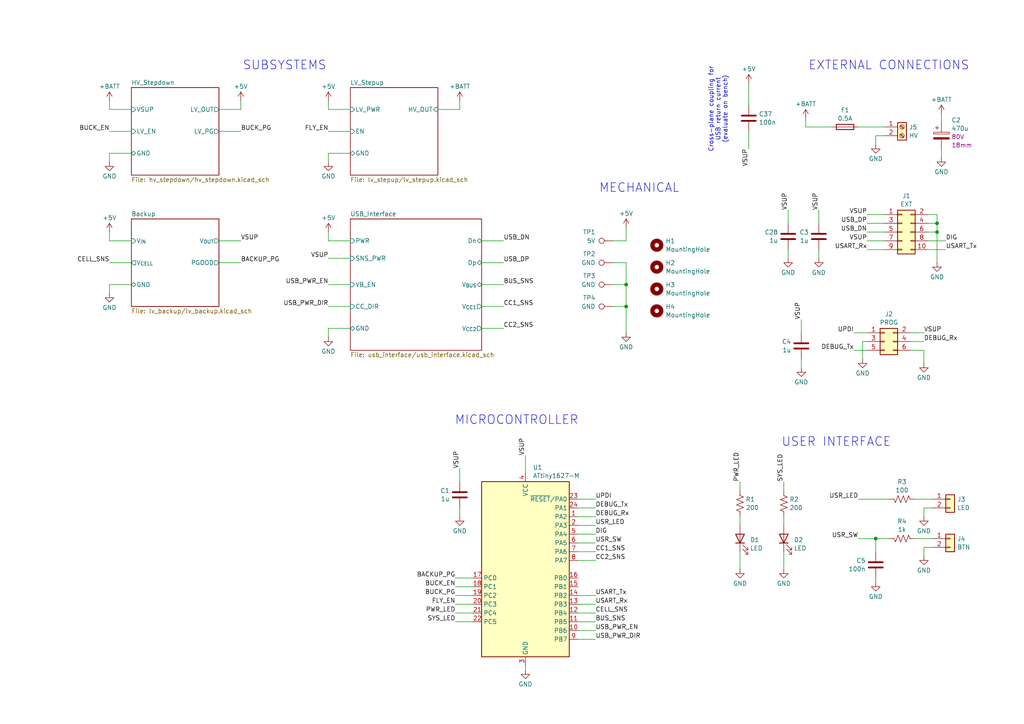
<source format=kicad_sch>
(kicad_sch (version 20250114) (generator "eeschema") (generator_version "9.0")
  (paper "A4")
  (title_block (title "Low Voltage Power System") (date "2025-07-16") (rev "0") (comment 1 "All resistors 0603 1% 0.1W unless noted") (comment 2 "All capacitors 0603 16V 10% X5R unless noted"))
  (lib_symbols
    (symbol "Connector:Screw_Terminal_01x02" (pin_names (offset 1.016) (hide yes))
      (property "Reference" "J" (at 0 2.54 0))
      (property "Value" "Screw_Terminal_01x02" (at 0 -5.08 0))
      (symbol "Screw_Terminal_01x02_1_1"
        (rectangle (start -1.27 1.27) (end 1.27 -3.81) (stroke (width 0.254)) (fill (type background)))
        (polyline (pts (xy -0.5334 0.3302) (xy 0.3302 -0.508)) (stroke (width 0.1524)))
        (polyline (pts (xy -0.5334 -2.2098) (xy 0.3302 -3.048)) (stroke (width 0.1524)))
        (polyline (pts (xy -0.3556 0.508) (xy 0.508 -0.3302)) (stroke (width 0.1524)))
        (polyline (pts (xy -0.3556 -2.032) (xy 0.508 -2.8702)) (stroke (width 0.1524)))
        (circle (center 0 0) (radius 0.635) (stroke (width 0.1524)))
        (circle (center 0 -2.54) (radius 0.635) (stroke (width 0.1524)))
        (pin passive line (at -5.08 0 0) (length 3.81) (name "Pin_1") (number "1"))
        (pin passive line (at -5.08 -2.54 0) (length 3.81) (name "Pin_2") (number "2"))
      )
    )
    (symbol "Connector:TestPoint" (pin_numbers (hide yes)) (pin_names (offset 0.762) (hide yes))
      (property "Reference" "TP" (at 0 6.858 0))
      (property "Value" "TestPoint" (at 0 5.08 0))
      (symbol "TestPoint_0_1"
        (circle (center 0 3.302) (radius 0.762))
      )
      (symbol "TestPoint_1_1"
        (pin passive line (at 0 0 90) (length 2.54) (name "1") (number "1"))
      )
    )
    (symbol "Connector_Generic:Conn_01x02" (pin_names (offset 1.016) (hide yes))
      (property "Reference" "J" (at 0 2.54 0))
      (property "Value" "Conn_01x02" (at 0 -5.08 0))
      (symbol "Conn_01x02_1_1"
        (rectangle (start -1.27 1.27) (end 1.27 -3.81) (stroke (width 0.254)) (fill (type background)))
        (rectangle (start -1.27 0.127) (end 0 -0.127) (stroke (width 0.1524)))
        (rectangle (start -1.27 -2.413) (end 0 -2.667) (stroke (width 0.1524)))
        (pin passive line (at -5.08 0 0) (length 3.81) (name "Pin_1") (number "1"))
        (pin passive line (at -5.08 -2.54 0) (length 3.81) (name "Pin_2") (number "2"))
      )
    )
    (symbol "Connector_Generic:Conn_02x03_Odd_Even" (pin_names (offset 1.016) (hide yes))
      (property "Reference" "J" (at 1.27 5.08 0))
      (property "Value" "Conn_02x03_Odd_Even" (at 1.27 -5.08 0))
      (symbol "Conn_02x03_Odd_Even_1_1"
        (rectangle (start -1.27 3.81) (end 3.81 -3.81) (stroke (width 0.254)) (fill (type background)))
        (rectangle (start -1.27 2.667) (end 0 2.413) (stroke (width 0.1524)))
        (rectangle (start -1.27 0.127) (end 0 -0.127) (stroke (width 0.1524)))
        (rectangle (start -1.27 -2.413) (end 0 -2.667) (stroke (width 0.1524)))
        (rectangle (start 3.81 2.667) (end 2.54 2.413) (stroke (width 0.1524)))
        (rectangle (start 3.81 0.127) (end 2.54 -0.127) (stroke (width 0.1524)))
        (rectangle (start 3.81 -2.413) (end 2.54 -2.667) (stroke (width 0.1524)))
        (pin passive line (at -5.08 2.54 0) (length 3.81) (name "Pin_1") (number "1"))
        (pin passive line (at -5.08 0 0) (length 3.81) (name "Pin_3") (number "3"))
        (pin passive line (at -5.08 -2.54 0) (length 3.81) (name "Pin_5") (number "5"))
        (pin passive line (at 7.62 2.54 180) (length 3.81) (name "Pin_2") (number "2"))
        (pin passive line (at 7.62 0 180) (length 3.81) (name "Pin_4") (number "4"))
        (pin passive line (at 7.62 -2.54 180) (length 3.81) (name "Pin_6") (number "6"))
      )
    )
    (symbol "Connector_Generic:Conn_02x05_Odd_Even" (pin_names (offset 1.016) (hide yes))
      (property "Reference" "J" (at 1.27 7.62 0))
      (property "Value" "Conn_02x05_Odd_Even" (at 1.27 -7.62 0))
      (symbol "Conn_02x05_Odd_Even_1_1"
        (rectangle (start -1.27 6.35) (end 3.81 -6.35) (stroke (width 0.254)) (fill (type background)))
        (rectangle (start -1.27 5.207) (end 0 4.953) (stroke (width 0.1524)))
        (rectangle (start -1.27 2.667) (end 0 2.413) (stroke (width 0.1524)))
        (rectangle (start -1.27 0.127) (end 0 -0.127) (stroke (width 0.1524)))
        (rectangle (start -1.27 -2.413) (end 0 -2.667) (stroke (width 0.1524)))
        (rectangle (start -1.27 -4.953) (end 0 -5.207) (stroke (width 0.1524)))
        (rectangle (start 3.81 5.207) (end 2.54 4.953) (stroke (width 0.1524)))
        (rectangle (start 3.81 2.667) (end 2.54 2.413) (stroke (width 0.1524)))
        (rectangle (start 3.81 0.127) (end 2.54 -0.127) (stroke (width 0.1524)))
        (rectangle (start 3.81 -2.413) (end 2.54 -2.667) (stroke (width 0.1524)))
        (rectangle (start 3.81 -4.953) (end 2.54 -5.207) (stroke (width 0.1524)))
        (pin passive line (at -5.08 5.08 0) (length 3.81) (name "Pin_1") (number "1"))
        (pin passive line (at -5.08 2.54 0) (length 3.81) (name "Pin_3") (number "3"))
        (pin passive line (at -5.08 0 0) (length 3.81) (name "Pin_5") (number "5"))
        (pin passive line (at -5.08 -2.54 0) (length 3.81) (name "Pin_7") (number "7"))
        (pin passive line (at -5.08 -5.08 0) (length 3.81) (name "Pin_9") (number "9"))
        (pin passive line (at 7.62 5.08 180) (length 3.81) (name "Pin_2") (number "2"))
        (pin passive line (at 7.62 2.54 180) (length 3.81) (name "Pin_4") (number "4"))
        (pin passive line (at 7.62 0 180) (length 3.81) (name "Pin_6") (number "6"))
        (pin passive line (at 7.62 -2.54 180) (length 3.81) (name "Pin_8") (number "8"))
        (pin passive line (at 7.62 -5.08 180) (length 3.81) (name "Pin_10") (number "10"))
      )
    )
    (symbol "Device:C" (pin_numbers (hide yes)) (pin_names (offset 0.254))
      (property "Reference" "C" (at 0.635 2.54 0))
      (property "Value" "C" (at 0.635 -2.54 0))
      (symbol "C_0_1"
        (polyline (pts (xy -2.032 0.762) (xy 2.032 0.762)) (stroke (width 0.508)))
        (polyline (pts (xy -2.032 -0.762) (xy 2.032 -0.762)) (stroke (width 0.508)))
      )
      (symbol "C_1_1"
        (pin passive line (at 0 3.81 270) (length 2.794) (name "~") (number "1"))
        (pin passive line (at 0 -3.81 90) (length 2.794) (name "~") (number "2"))
      )
    )
    (symbol "Device:C_Polarized" (pin_numbers (hide yes)) (pin_names (offset 0.254))
      (property "Reference" "C" (at 0.635 2.54 0))
      (property "Value" "C_Polarized" (at 0.635 -2.54 0))
      (symbol "C_Polarized_0_1"
        (rectangle (start -2.286 0.508) (end 2.286 1.016))
        (polyline (pts (xy -1.778 2.286) (xy -0.762 2.286)))
        (polyline (pts (xy -1.27 2.794) (xy -1.27 1.778)))
        (rectangle (start 2.286 -0.508) (end -2.286 -1.016) (fill (type outline)))
      )
      (symbol "C_Polarized_1_1"
        (pin passive line (at 0 3.81 270) (length 2.794) (name "~") (number "1"))
        (pin passive line (at 0 -3.81 90) (length 2.794) (name "~") (number "2"))
      )
    )
    (symbol "Device:Fuse" (pin_numbers (hide yes)) (pin_names (offset 0))
      (property "Reference" "F" (at 2.032 0 90))
      (property "Value" "Fuse" (at -1.905 0 90))
      (symbol "Fuse_0_1"
        (rectangle (start -0.762 -2.54) (end 0.762 2.54) (stroke (width 0.254)))
        (polyline (pts (xy 0 2.54) (xy 0 -2.54)))
      )
      (symbol "Fuse_1_1"
        (pin passive line (at 0 3.81 270) (length 1.27) (name "~") (number "1"))
        (pin passive line (at 0 -3.81 90) (length 1.27) (name "~") (number "2"))
      )
    )
    (symbol "Device:LED" (pin_numbers (hide yes)) (pin_names (offset 1.016) (hide yes))
      (property "Reference" "D" (at 0 2.54 0))
      (property "Value" "LED" (at 0 -2.54 0))
      (symbol "LED_0_1"
        (polyline (pts (xy -3.048 -0.762) (xy -4.572 -2.286) (xy -3.81 -2.286) (xy -4.572 -2.286) (xy -4.572 -1.524)))
        (polyline (pts (xy -1.778 -0.762) (xy -3.302 -2.286) (xy -2.54 -2.286) (xy -3.302 -2.286) (xy -3.302 -1.524)))
        (polyline (pts (xy -1.27 0) (xy 1.27 0)))
        (polyline (pts (xy -1.27 -1.27) (xy -1.27 1.27)) (stroke (width 0.254)))
        (polyline (pts (xy 1.27 -1.27) (xy 1.27 1.27) (xy -1.27 0) (xy 1.27 -1.27)) (stroke (width 0.254)))
      )
      (symbol "LED_1_1"
        (pin passive line (at -3.81 0 0) (length 2.54) (name "K") (number "1"))
        (pin passive line (at 3.81 0 180) (length 2.54) (name "A") (number "2"))
      )
    )
    (symbol "Device:R_US" (pin_numbers (hide yes)) (pin_names (offset 0))
      (property "Reference" "R" (at 2.54 0 90))
      (property "Value" "R_US" (at -2.54 0 90))
      (symbol "R_US_0_1"
        (polyline (pts (xy 0 2.286) (xy 0 2.54)))
        (polyline (pts (xy 0 2.286) (xy 1.016 1.905) (xy 0 1.524) (xy -1.016 1.143) (xy 0 0.762)))
        (polyline (pts (xy 0 0.762) (xy 1.016 0.381) (xy 0 0) (xy -1.016 -0.381) (xy 0 -0.762)))
        (polyline (pts (xy 0 -0.762) (xy 1.016 -1.143) (xy 0 -1.524) (xy -1.016 -1.905) (xy 0 -2.286)))
        (polyline (pts (xy 0 -2.286) (xy 0 -2.54)))
      )
      (symbol "R_US_1_1"
        (pin passive line (at 0 3.81 270) (length 1.27) (name "~") (number "1"))
        (pin passive line (at 0 -3.81 90) (length 1.27) (name "~") (number "2"))
      )
    )
    (symbol "MCU_Microchip_ATtiny:ATtiny1627-M"
      (property "Reference" "U" (at -12.7 26.67 0))
      (property "Value" "ATtiny1627-M" (at 2.54 -26.67 0))
      (symbol "ATtiny1627-M_0_1"
        (rectangle (start -12.7 -25.4) (end 12.7 25.4) (stroke (width 0.254)) (fill (type background)))
      )
      (symbol "ATtiny1627-M_1_1"
        (pin bidirectional line (at -15.24 -2.54 0) (length 2.54) (name "PC0") (number "17"))
        (pin bidirectional line (at -15.24 -5.08 0) (length 2.54) (name "PC1") (number "18"))
        (pin bidirectional line (at -15.24 -7.62 0) (length 2.54) (name "PC2") (number "19"))
        (pin bidirectional line (at -15.24 -10.16 0) (length 2.54) (name "PC3") (number "20"))
        (pin bidirectional line (at -15.24 -12.7 0) (length 2.54) (name "PC4") (number "21"))
        (pin bidirectional line (at -15.24 -15.24 0) (length 2.54) (name "PC5") (number "22"))
        (pin power_in line (at 0 27.94 270) (length 2.54) (name "VCC") (number "4"))
        (pin passive line (at 0 -27.94 90) (length 2.54) (hide yes) (name "GND") (number "25"))
        (pin power_in line (at 0 -27.94 90) (length 2.54) (name "GND") (number "3"))
        (pin bidirectional line (at 15.24 20.32 180) (length 2.54) (name "~{RESET}/PA0") (number "23"))
        (pin bidirectional line (at 15.24 17.78 180) (length 2.54) (name "PA1") (number "24"))
        (pin bidirectional line (at 15.24 15.24 180) (length 2.54) (name "PA2") (number "1"))
        (pin bidirectional line (at 15.24 12.7 180) (length 2.54) (name "PA3") (number "2"))
        (pin bidirectional line (at 15.24 10.16 180) (length 2.54) (name "PA4") (number "5"))
        (pin bidirectional line (at 15.24 7.62 180) (length 2.54) (name "PA5") (number "6"))
        (pin bidirectional line (at 15.24 5.08 180) (length 2.54) (name "PA6") (number "7"))
        (pin bidirectional line (at 15.24 2.54 180) (length 2.54) (name "PA7") (number "8"))
        (pin bidirectional line (at 15.24 -2.54 180) (length 2.54) (name "PB0") (number "16"))
        (pin bidirectional line (at 15.24 -5.08 180) (length 2.54) (name "PB1") (number "15"))
        (pin bidirectional line (at 15.24 -7.62 180) (length 2.54) (name "PB2") (number "14"))
        (pin bidirectional line (at 15.24 -10.16 180) (length 2.54) (name "PB3") (number "13"))
        (pin bidirectional line (at 15.24 -12.7 180) (length 2.54) (name "PB4") (number "12"))
        (pin bidirectional line (at 15.24 -15.24 180) (length 2.54) (name "PB5") (number "11"))
        (pin bidirectional line (at 15.24 -17.78 180) (length 2.54) (name "PB6") (number "10"))
        (pin bidirectional line (at 15.24 -20.32 180) (length 2.54) (name "PB7") (number "9"))
      )
    )
    (symbol "Mechanical:MountingHole" (pin_names (offset 1.016)) (in_bom no)
      (property "Reference" "H" (at 0 5.08 0))
      (property "Value" "MountingHole" (at 0 3.175 0))
      (symbol "MountingHole_0_1"
        (circle (center 0 0) (radius 1.27) (stroke (width 1.27)))
      )
    )
    (symbol "power:+5V" (power) (pin_numbers (hide yes)) (pin_names (offset 0) (hide yes))
      (property "Value" "+5V" (at 0 3.556 0))
      (symbol "+5V_0_1"
        (polyline (pts (xy -0.762 1.27) (xy 0 2.54)))
        (polyline (pts (xy 0 2.54) (xy 0.762 1.27)))
        (polyline (pts (xy 0 0) (xy 0 2.54)))
      )
      (symbol "+5V_1_1"
        (pin power_in line (at 0 0 90) (length 0) (name "~") (number "1"))
      )
    )
    (symbol "power:+BATT" (power) (pin_numbers (hide yes)) (pin_names (offset 0) (hide yes))
      (property "Value" "+BATT" (at 0 3.556 0))
      (symbol "+BATT_0_1"
        (polyline (pts (xy -0.762 1.27) (xy 0 2.54)))
        (polyline (pts (xy 0 2.54) (xy 0.762 1.27)))
        (polyline (pts (xy 0 0) (xy 0 2.54)))
      )
      (symbol "+BATT_1_1"
        (pin power_in line (at 0 0 90) (length 0) (name "~") (number "1"))
      )
    )
    (symbol "power:GND" (power) (pin_numbers (hide yes)) (pin_names (offset 0) (hide yes))
      (property "Value" "GND" (at 0 -3.81 0))
      (symbol "GND_0_1"
        (polyline (pts (xy 0 0) (xy 0 -1.27) (xy 1.27 -1.27) (xy 0 -2.54) (xy -1.27 -1.27) (xy 0 -1.27)))
      )
      (symbol "GND_1_1"
        (pin power_in line (at 0 0 270) (length 0) (name "~") (number "1"))
      )
    )
  )
  (text "USER INTERFACE" (at 242.57 128.27 0) (effects (font (size 2.54 2.54))))
  (text "SUBSYSTEMS" (at 82.55 19.05 0) (effects (font (size 2.54 2.54))))
  (text "EXTERNAL CONNECTIONS" (at 257.81 19.05 0) (effects (font (size 2.54 2.54))))
  (text "Cross-plane coupling for\nUSB return current\n(evaluate on bench)" (at 208.28 31.75 90) (effects (font (size 1.27 1.27))))
  (text "MECHANICAL" (at 185.42 54.61 0) (effects (font (size 2.54 2.54))))
  (text "MICROCONTROLLER" (at 149.86 121.92 0) (effects (font (size 2.54 2.54))))
  (junction (at 271.78 64.77))
  (junction (at 271.78 67.31))
  (junction (at 181.61 88.9))
  (junction (at 181.61 82.55))
  (junction (at 254 156.21))
  (wire (pts (xy 31.75 29.21) (xy 31.75 31.75)))
  (wire (pts (xy 95.25 44.45) (xy 101.6 44.45)))
  (wire (pts (xy 132.08 172.72) (xy 137.16 172.72)))
  (wire (pts (xy 132.08 180.34) (xy 137.16 180.34)))
  (wire (pts (xy 264.16 99.06) (xy 267.97 99.06)))
  (wire (pts (xy 227.33 149.86) (xy 227.33 152.4)))
  (wire (pts (xy 267.97 147.32) (xy 267.97 149.86)))
  (wire (pts (xy 69.85 29.21) (xy 69.85 31.75)))
  (wire (pts (xy 95.25 29.21) (xy 95.25 31.75)))
  (wire (pts (xy 167.64 154.94) (xy 172.72 154.94)))
  (wire (pts (xy 132.08 167.64) (xy 137.16 167.64)))
  (wire (pts (xy 167.64 172.72) (xy 172.72 172.72)))
  (wire (pts (xy 232.41 92.71) (xy 232.41 96.52)))
  (wire (pts (xy 233.68 34.29) (xy 233.68 36.83)))
  (wire (pts (xy 167.64 147.32) (xy 172.72 147.32)))
  (wire (pts (xy 31.75 82.55) (xy 31.75 85.09)))
  (wire (pts (xy 273.05 33.02) (xy 273.05 35.56)))
  (wire (pts (xy 177.8 76.2) (xy 181.61 76.2)))
  (wire (pts (xy 31.75 76.2) (xy 38.1 76.2)))
  (wire (pts (xy 254 39.37) (xy 254 41.91)))
  (wire (pts (xy 167.64 180.34) (xy 172.72 180.34)))
  (wire (pts (xy 181.61 66.04) (xy 181.61 69.85)))
  (wire (pts (xy 167.64 144.78) (xy 172.72 144.78)))
  (wire (pts (xy 152.4 193.04) (xy 152.4 194.31)))
  (wire (pts (xy 167.64 185.42) (xy 172.72 185.42)))
  (wire (pts (xy 214.63 139.7) (xy 214.63 142.24)))
  (wire (pts (xy 254 156.21) (xy 257.81 156.21)))
  (wire (pts (xy 251.46 67.31) (xy 256.54 67.31)))
  (wire (pts (xy 63.5 31.75) (xy 69.85 31.75)))
  (wire (pts (xy 31.75 44.45) (xy 38.1 44.45)))
  (wire (pts (xy 269.24 62.23) (xy 271.78 62.23)))
  (wire (pts (xy 63.5 69.85) (xy 69.85 69.85)))
  (wire (pts (xy 167.64 157.48) (xy 172.72 157.48)))
  (wire (pts (xy 248.92 156.21) (xy 254 156.21)))
  (wire (pts (xy 247.65 101.6) (xy 251.46 101.6)))
  (wire (pts (xy 95.25 67.31) (xy 95.25 69.85)))
  (wire (pts (xy 267.97 147.32) (xy 270.51 147.32)))
  (wire (pts (xy 95.25 44.45) (xy 95.25 46.99)))
  (wire (pts (xy 139.7 69.85) (xy 146.05 69.85)))
  (wire (pts (xy 217.17 24.13) (xy 217.17 30.48)))
  (wire (pts (xy 269.24 64.77) (xy 271.78 64.77)))
  (wire (pts (xy 95.25 74.93) (xy 101.6 74.93)))
  (wire (pts (xy 217.17 38.1) (xy 217.17 43.18)))
  (wire (pts (xy 132.08 177.8) (xy 137.16 177.8)))
  (wire (pts (xy 248.92 144.78) (xy 257.81 144.78)))
  (wire (pts (xy 264.16 101.6) (xy 267.97 101.6)))
  (wire (pts (xy 127 31.75) (xy 133.35 31.75)))
  (wire (pts (xy 267.97 101.6) (xy 267.97 105.41)))
  (wire (pts (xy 177.8 82.55) (xy 181.61 82.55)))
  (wire (pts (xy 95.25 88.9) (xy 101.6 88.9)))
  (wire (pts (xy 95.25 95.25) (xy 95.25 97.79)))
  (wire (pts (xy 167.64 152.4) (xy 172.72 152.4)))
  (wire (pts (xy 133.35 147.32) (xy 133.35 149.86)))
  (wire (pts (xy 31.75 38.1) (xy 38.1 38.1)))
  (wire (pts (xy 254 39.37) (xy 256.54 39.37)))
  (wire (pts (xy 271.78 64.77) (xy 271.78 67.31)))
  (wire (pts (xy 251.46 72.39) (xy 256.54 72.39)))
  (wire (pts (xy 31.75 31.75) (xy 38.1 31.75)))
  (wire (pts (xy 132.08 170.18) (xy 137.16 170.18)))
  (wire (pts (xy 63.5 38.1) (xy 69.85 38.1)))
  (wire (pts (xy 167.64 175.26) (xy 172.72 175.26)))
  (wire (pts (xy 133.35 135.89) (xy 133.35 139.7)))
  (wire (pts (xy 167.64 149.86) (xy 172.72 149.86)))
  (wire (pts (xy 254 156.21) (xy 254 160.02)))
  (wire (pts (xy 95.25 38.1) (xy 101.6 38.1)))
  (wire (pts (xy 247.65 96.52) (xy 251.46 96.52)))
  (wire (pts (xy 177.8 88.9) (xy 181.61 88.9)))
  (wire (pts (xy 237.49 60.96) (xy 237.49 64.77)))
  (wire (pts (xy 273.05 43.18) (xy 273.05 45.72)))
  (wire (pts (xy 228.6 60.96) (xy 228.6 64.77)))
  (wire (pts (xy 95.25 95.25) (xy 101.6 95.25)))
  (wire (pts (xy 95.25 69.85) (xy 101.6 69.85)))
  (wire (pts (xy 139.7 82.55) (xy 146.05 82.55)))
  (wire (pts (xy 237.49 72.39) (xy 237.49 74.93)))
  (wire (pts (xy 248.92 36.83) (xy 256.54 36.83)))
  (wire (pts (xy 167.64 177.8) (xy 172.72 177.8)))
  (wire (pts (xy 269.24 67.31) (xy 271.78 67.31)))
  (wire (pts (xy 31.75 69.85) (xy 38.1 69.85)))
  (wire (pts (xy 271.78 62.23) (xy 271.78 64.77)))
  (wire (pts (xy 95.25 31.75) (xy 101.6 31.75)))
  (wire (pts (xy 31.75 82.55) (xy 38.1 82.55)))
  (wire (pts (xy 228.6 72.39) (xy 228.6 74.93)))
  (wire (pts (xy 181.61 82.55) (xy 181.61 88.9)))
  (wire (pts (xy 139.7 95.25) (xy 146.05 95.25)))
  (wire (pts (xy 177.8 69.85) (xy 181.61 69.85)))
  (wire (pts (xy 132.08 175.26) (xy 137.16 175.26)))
  (wire (pts (xy 95.25 82.55) (xy 101.6 82.55)))
  (wire (pts (xy 271.78 67.31) (xy 271.78 76.2)))
  (wire (pts (xy 250.19 99.06) (xy 251.46 99.06)))
  (wire (pts (xy 265.43 156.21) (xy 270.51 156.21)))
  (wire (pts (xy 152.4 132.08) (xy 152.4 137.16)))
  (wire (pts (xy 250.19 99.06) (xy 250.19 104.14)))
  (wire (pts (xy 269.24 72.39) (xy 274.32 72.39)))
  (wire (pts (xy 167.64 182.88) (xy 172.72 182.88)))
  (wire (pts (xy 251.46 69.85) (xy 256.54 69.85)))
  (wire (pts (xy 167.64 162.56) (xy 172.72 162.56)))
  (wire (pts (xy 251.46 64.77) (xy 256.54 64.77)))
  (wire (pts (xy 214.63 149.86) (xy 214.63 152.4)))
  (wire (pts (xy 63.5 76.2) (xy 69.85 76.2)))
  (wire (pts (xy 214.63 160.02) (xy 214.63 165.1)))
  (wire (pts (xy 264.16 96.52) (xy 267.97 96.52)))
  (wire (pts (xy 267.97 158.75) (xy 267.97 161.29)))
  (wire (pts (xy 232.41 104.14) (xy 232.41 106.68)))
  (wire (pts (xy 254 167.64) (xy 254 168.91)))
  (wire (pts (xy 181.61 76.2) (xy 181.61 82.55)))
  (wire (pts (xy 31.75 44.45) (xy 31.75 46.99)))
  (wire (pts (xy 251.46 62.23) (xy 256.54 62.23)))
  (wire (pts (xy 139.7 88.9) (xy 146.05 88.9)))
  (wire (pts (xy 233.68 36.83) (xy 241.3 36.83)))
  (wire (pts (xy 139.7 76.2) (xy 146.05 76.2)))
  (wire (pts (xy 31.75 67.31) (xy 31.75 69.85)))
  (wire (pts (xy 181.61 88.9) (xy 181.61 96.52)))
  (wire (pts (xy 265.43 144.78) (xy 270.51 144.78)))
  (wire (pts (xy 133.35 29.21) (xy 133.35 31.75)))
  (wire (pts (xy 269.24 69.85) (xy 274.32 69.85)))
  (wire (pts (xy 267.97 158.75) (xy 270.51 158.75)))
  (wire (pts (xy 227.33 160.02) (xy 227.33 165.1)))
  (wire (pts (xy 227.33 139.7) (xy 227.33 142.24)))
  (wire (pts (xy 167.64 160.02) (xy 172.72 160.02)))
  (label "DEBUG_Tx" (at 172.72 147.32 0))
  (label "SYS_LED" (at 227.33 139.7 90))
  (label "VSUP" (at 95.25 74.93 180))
  (label "BUS_SNS" (at 146.05 82.55 0))
  (label "PWR_LED" (at 132.08 177.8 180))
  (label "USART_Tx" (at 274.32 72.39 0))
  (label "VSUP" (at 251.46 69.85 180))
  (label "PWR_LED" (at 214.63 139.7 90))
  (label "DIG" (at 172.72 154.94 0))
  (label "BACKUP_PG" (at 132.08 167.64 180))
  (label "BUCK_EN" (at 132.08 170.18 180))
  (label "USART_Rx" (at 172.72 175.26 0))
  (label "FLY_EN" (at 132.08 175.26 180))
  (label "CELL_SNS" (at 31.75 76.2 180))
  (label "CC1_SNS" (at 146.05 88.9 0))
  (label "VSUP" (at 251.46 62.23 180))
  (label "UPDI" (at 172.72 144.78 0))
  (label "DEBUG_Rx" (at 172.72 149.86 0))
  (label "BUCK_EN" (at 31.75 38.1 180))
  (label "VSUP" (at 228.6 60.96 90))
  (label "BUCK_PG" (at 132.08 172.72 180))
  (label "VSUP" (at 152.4 132.08 90))
  (label "CC2_SNS" (at 146.05 95.25 0))
  (label "USB_DN" (at 146.05 69.85 0))
  (label "BUS_SNS" (at 172.72 180.34 0))
  (label "VSUP" (at 69.85 69.85 0))
  (label "FLY_EN" (at 95.25 38.1 180))
  (label "USR_SW" (at 172.72 157.48 0))
  (label "USB_DP" (at 251.46 64.77 180))
  (label "USB_PWR_EN" (at 95.25 82.55 180))
  (label "USR_SW" (at 248.92 156.21 180))
  (label "USB_PWR_DIR" (at 172.72 185.42 0))
  (label "DEBUG_Tx" (at 247.65 101.6 180))
  (label "VSUP" (at 267.97 96.52 0))
  (label "UPDI" (at 247.65 96.52 180))
  (label "VSUP" (at 237.49 60.96 90))
  (label "VSUP" (at 232.41 92.71 90))
  (label "CELL_SNS" (at 172.72 177.8 0))
  (label "USART_Tx" (at 172.72 172.72 0))
  (label "BACKUP_PG" (at 69.85 76.2 0))
  (label "SYS_LED" (at 132.08 180.34 180))
  (label "USB_DP" (at 146.05 76.2 0))
  (label "USB_DN" (at 251.46 67.31 180))
  (label "BUCK_PG" (at 69.85 38.1 0))
  (label "USR_LED" (at 248.92 144.78 180))
  (label "CC2_SNS" (at 172.72 162.56 0))
  (label "USART_Rx" (at 251.46 72.39 180))
  (label "DIG" (at 274.32 69.85 0))
  (label "USR_LED" (at 172.72 152.4 0))
  (label "CC1_SNS" (at 172.72 160.02 0))
  (label "USB_PWR_DIR" (at 95.25 88.9 180))
  (label "VSUP" (at 217.17 43.18 270))
  (label "VSUP" (at 133.35 135.89 90))
  (label "DEBUG_Rx" (at 267.97 99.06 0))
  (label "USB_PWR_EN" (at 172.72 182.88 0))
  (symbol (lib_id "power:GND") (at 250.19 104.14 0) (unit 1)
    (property "Reference" "#PWR021" (effects (hide yes)))
    (property "Value" "GND" (at 250.19 108.2731 0))
    (property "Description" "Power symbol creates a global label with name \"GND\" , ground" (effects (hide yes)))
  )
  (symbol (lib_id "power:GND") (at 232.41 106.68 0) (unit 1)
    (property "Reference" "#PWR018" (effects (hide yes)))
    (property "Value" "GND" (at 232.41 110.8131 0))
    (property "Description" "Power symbol creates a global label with name \"GND\" , ground" (effects (hide yes)))
  )
  (symbol (lib_id "Device:C") (at 133.35 143.51 0) (mirror y) (unit 1)
    (property "Reference" "C1" (at 130.429 142.2978 0) (effects (justify left)))
    (property "Value" "1u" (at 130.429 144.7221 0) (effects (justify left)))
    (property "Footprint" "Capacitor_SMD:C_0603_1608Metric" (effects (hide yes)))
    (property "Description" "Unpolarized capacitor" (effects (hide yes)))
    (property "MfrNum" "generic" (effects (hide yes)))
    (property "VRating" "16V" (effects (hide yes)))
    (property "Size" "0603" (effects (hide yes)))
  )
  (symbol (lib_id "Device:C") (at 232.41 100.33 0) (mirror y) (unit 1)
    (property "Reference" "C4" (at 229.489 99.1178 0) (effects (justify left)))
    (property "Value" "1u" (at 229.489 101.5421 0) (effects (justify left)))
    (property "Footprint" "Capacitor_SMD:C_0603_1608Metric" (effects (hide yes)))
    (property "Description" "Unpolarized capacitor" (effects (hide yes)))
    (property "MfrNum" "generic" (effects (hide yes)))
    (property "VRating" "16V" (effects (hide yes)))
    (property "Size" "0603" (effects (hide yes)))
  )
  (symbol (lib_id "Connector:TestPoint") (at 177.8 88.9 90) (unit 1)
    (property "Reference" "TP4" (at 172.72 86.36 90) (effects (justify left)))
    (property "Value" "GND" (at 172.72 88.9 90) (effects (justify left)))
    (property "Footprint" "TestPoint:TestPoint_Pad_D1.5mm" (effects (hide yes)))
    (property "Description" "test point" (effects (hide yes)))
  )
  (symbol (lib_id "Device:R_US") (at 214.63 146.05 180) (unit 1)
    (property "Reference" "R1" (at 216.281 144.8378 0) (effects (justify right)))
    (property "Value" "200" (at 216.281 147.2621 0) (effects (justify right)))
    (property "Footprint" "Resistor_SMD:R_0603_1608Metric" (effects (hide yes)))
    (property "Description" "Resistor, US symbol" (effects (hide yes)))
    (property "MfrNum" "generic" (effects (hide yes)))
    (property "PRating" "0.1W" (effects (hide yes)))
    (property "Size" "0603" (effects (hide yes)))
  )
  (symbol (lib_id "Device:C_Polarized") (at 273.05 39.37 0) (unit 1)
    (property "Reference" "C2" (at 275.971 34.8445 0) (effects (justify left)))
    (property "Value" "470u" (at 275.971 37.2688 0) (effects (justify left)))
    (property "Footprint" "Capacitor_SMD:CP_Elec_18x17.5" (effects (hide yes)))
    (property "Datasheet" "https://industrial.panasonic.com/cdbs/www-data/pdf/RDE0000/ABA0000C1181.pdf" (effects (hide yes)))
    (property "Description" "Polarized capacitor" (effects (hide yes)))
    (property "MfrNum" "Panasonic_EEV-FK1K471M" (effects (hide yes)))
    (property "VRating" "80V" (at 275.971 39.6931 0) (effects (justify left)))
    (property "Size" "18mm" (at 275.971 42.1174 0) (effects (justify left)))
  )
  (symbol (lib_id "power:GND") (at 133.35 149.86 0) (unit 1)
    (property "Reference" "#PWR05" (effects (hide yes)))
    (property "Value" "GND" (at 133.35 153.9931 0))
    (property "Description" "Power symbol creates a global label with name \"GND\" , ground" (effects (hide yes)))
  )
  (symbol (lib_id "power:GND") (at 267.97 105.41 0) (unit 1)
    (property "Reference" "#PWR026" (effects (hide yes)))
    (property "Value" "GND" (at 267.97 109.5431 0))
    (property "Description" "Power symbol creates a global label with name \"GND\" , ground" (effects (hide yes)))
  )
  (symbol (lib_id "Connector_Generic:Conn_01x02") (at 275.59 144.78 0) (unit 1)
    (property "Reference" "J3" (at 277.622 144.8378 0) (effects (justify left)))
    (property "Value" "LED" (at 277.622 147.2621 0) (effects (justify left)))
    (property "Footprint" "Connector_PinHeader_2.54mm:PinHeader_1x02_P2.54mm_Vertical" (effects (hide yes)))
    (property "Description" "Generic connector, single row, 01x02, script generated (kicad-library-utils/schlib/autogen/connector/)" (effects (hide yes)))
  )
  (symbol (lib_id "power:+5V") (at 95.25 29.21 0) (unit 1)
    (property "Reference" "#PWR08" (effects (hide yes)))
    (property "Value" "+5V" (at 95.25 25.0769 0))
    (property "Description" "Power symbol creates a global label with name \"+5V\"" (effects (hide yes)))
  )
  (symbol (lib_id "Device:R_US") (at 261.62 144.78 90) (mirror x) (unit 1)
    (property "Reference" "R3" (at 261.62 139.7465 90))
    (property "Value" "100" (at 261.62 142.1708 90))
    (property "Footprint" "Resistor_SMD:R_0603_1608Metric" (effects (hide yes)))
    (property "Description" "Resistor, US symbol" (effects (hide yes)))
    (property "MfrNum" "generic" (effects (hide yes)))
    (property "PRating" "0.1W" (effects (hide yes)))
    (property "Size" "0603" (effects (hide yes)))
  )
  (symbol (lib_id "Connector:TestPoint") (at 177.8 76.2 90) (unit 1)
    (property "Reference" "TP2" (at 172.72 73.66 90) (effects (justify left)))
    (property "Value" "GND" (at 172.72 76.2 90) (effects (justify left)))
    (property "Footprint" "TestPoint:TestPoint_Pad_D1.5mm" (effects (hide yes)))
    (property "Description" "test point" (effects (hide yes)))
  )
  (symbol (lib_id "Device:C") (at 217.17 34.29 0) (mirror y) (unit 1)
    (property "Reference" "C37" (at 220.091 33.0778 0) (effects (justify right)))
    (property "Value" "100n" (at 220.091 35.5021 0) (effects (justify right)))
    (property "Footprint" "Capacitor_SMD:C_0603_1608Metric" (effects (hide yes)))
    (property "Description" "Unpolarized capacitor" (effects (hide yes)))
    (property "MfrNum" "generic" (effects (hide yes)))
    (property "VRating" "16V" (effects (hide yes)))
    (property "Size" "0603" (effects (hide yes)))
  )
  (symbol (lib_id "MCU_Microchip_ATtiny:ATtiny1627-M") (at 152.4 165.1 0) (unit 1)
    (property "Reference" "U1" (at 154.5433 135.5555 0) (effects (justify left)))
    (property "Value" "ATtiny1627-M" (at 154.5433 137.9798 0) (effects (justify left)))
    (property "Footprint" "Package_DFN_QFN:QFN-24-1EP_4x4mm_P0.5mm_EP2.6x2.6mm" (effects (hide yes)))
    (property "Datasheet" "https://ww1.microchip.com/downloads/en/DeviceDoc/ATtiny1624-26-27-DataSheet-DS40002234A.pdf" (effects (hide yes)))
    (property "Description" "20MHz, 16kB Flash, 2kB SRAM, 256B EEPROM, VQFN-24" (effects (hide yes)))
  )
  (symbol (lib_id "power:+BATT") (at 31.75 29.21 0) (unit 1)
    (property "Reference" "#PWR01" (effects (hide yes)))
    (property "Value" "+BATT" (at 31.75 25.0769 0))
    (property "Description" "Power symbol creates a global label with name \"+BATT\"" (effects (hide yes)))
  )
  (symbol (lib_id "power:+BATT") (at 273.05 33.02 0) (unit 1)
    (property "Reference" "#PWR015" (effects (hide yes)))
    (property "Value" "+BATT" (at 273.05 28.8869 0))
    (property "Description" "Power symbol creates a global label with name \"+BATT\"" (effects (hide yes)))
  )
  (symbol (lib_id "power:+5V") (at 95.25 67.31 0) (unit 1)
    (property "Reference" "#PWR010" (effects (hide yes)))
    (property "Value" "+5V" (at 95.25 63.1769 0))
    (property "Description" "Power symbol creates a global label with name \"+5V\"" (effects (hide yes)))
  )
  (symbol (lib_id "Connector:TestPoint") (at 177.8 82.55 90) (unit 1)
    (property "Reference" "TP3" (at 172.72 80.01 90) (effects (justify left)))
    (property "Value" "GND" (at 172.72 82.55 90) (effects (justify left)))
    (property "Footprint" "TestPoint:TestPoint_Pad_D1.5mm" (effects (hide yes)))
    (property "Description" "test point" (effects (hide yes)))
  )
  (symbol (lib_id "Connector:TestPoint") (at 177.8 69.85 90) (unit 1)
    (property "Reference" "TP1" (at 172.72 67.31 90) (effects (justify left)))
    (property "Value" "5V" (at 172.72 69.85 90) (effects (justify left)))
    (property "Footprint" "TestPoint:TestPoint_Pad_D1.5mm" (effects (hide yes)))
    (property "Description" "test point" (effects (hide yes)))
  )
  (symbol (lib_id "power:GND") (at 31.75 85.09 0) (unit 1)
    (property "Reference" "#PWR04" (effects (hide yes)))
    (property "Value" "GND" (at 31.75 89.2231 0))
    (property "Description" "Power symbol creates a global label with name \"GND\" , ground" (effects (hide yes)))
  )
  (symbol (lib_id "power:GND") (at 271.78 76.2 0) (unit 1)
    (property "Reference" "#PWR025" (effects (hide yes)))
    (property "Value" "GND" (at 271.78 80.3331 0))
    (property "Description" "Power symbol creates a global label with name \"GND\" , ground" (effects (hide yes)))
  )
  (symbol (lib_id "Device:LED") (at 214.63 156.21 90) (unit 1)
    (property "Reference" "D1" (at 217.551 156.5853 90) (effects (justify right)))
    (property "Value" "LED" (at 217.551 159.0096 90) (effects (justify right)))
    (property "Footprint" "Diode_SMD:D_0603_1608Metric" (effects (hide yes)))
    (property "Description" "Light emitting diode" (effects (hide yes)))
    (property "Sim.Pins" "1=K 2=A" (effects (hide yes)))
  )
  (symbol (lib_id "Mechanical:MountingHole") (at 190.5 77.47 0) (unit 1) (in_bom no)
    (property "Reference" "H2" (at 193.04 76.2578 0) (effects (justify left)))
    (property "Value" "MountingHole" (at 193.04 78.6821 0) (effects (justify left)))
    (property "Footprint" "MountingHole:MountingHole_3.2mm_M3" (effects (hide yes)))
    (property "Description" "Mounting Hole without connection" (effects (hide yes)))
  )
  (symbol (lib_id "power:GND") (at 95.25 46.99 0) (unit 1)
    (property "Reference" "#PWR09" (effects (hide yes)))
    (property "Value" "GND" (at 95.25 51.1231 0))
    (property "Description" "Power symbol creates a global label with name \"GND\" , ground" (effects (hide yes)))
  )
  (symbol (lib_id "Connector_Generic:Conn_02x03_Odd_Even") (at 256.54 99.06 0) (unit 1)
    (property "Reference" "J2" (at 257.81 91.1055 0))
    (property "Value" "PROG" (at 257.81 93.5298 0))
    (property "Footprint" "Connector_PinHeader_2.54mm:PinHeader_2x03_P2.54mm_Vertical" (effects (hide yes)))
    (property "Description" "Generic connector, double row, 02x03, odd/even pin numbering scheme (row 1 odd numbers, row 2 even numbers), script generated (kicad-library-utils/schlib/autogen/connector/)" (effects (hide yes)))
  )
  (symbol (lib_id "Device:C") (at 254 163.83 0) (mirror y) (unit 1)
    (property "Reference" "C5" (at 251.079 162.6178 0) (effects (justify left)))
    (property "Value" "100n" (at 251.079 165.0421 0) (effects (justify left)))
    (property "Footprint" "Capacitor_SMD:C_0603_1608Metric" (effects (hide yes)))
    (property "Description" "Unpolarized capacitor" (effects (hide yes)))
    (property "MfrNum" "generic" (effects (hide yes)))
    (property "VRating" "16V" (effects (hide yes)))
    (property "Size" "0603" (effects (hide yes)))
  )
  (symbol (lib_id "Connector_Generic:Conn_02x05_Odd_Even") (at 261.62 67.31 0) (unit 1)
    (property "Reference" "J1" (at 262.89 56.8155 0))
    (property "Value" "EXT" (at 262.89 59.2398 0))
    (property "Footprint" "Connector_IDC:IDC-Header_2x05_P2.54mm_Vertical" (effects (hide yes)))
    (property "Description" "Generic connector, double row, 02x05, odd/even pin numbering scheme (row 1 odd numbers, row 2 even numbers), script generated (kicad-library-utils/schlib/autogen/connector/)" (effects (hide yes)))
  )
  (symbol (lib_id "power:+BATT") (at 133.35 29.21 0) (unit 1)
    (property "Reference" "#PWR012" (effects (hide yes)))
    (property "Value" "+BATT" (at 133.35 25.0769 0))
    (property "Description" "Power symbol creates a global label with name \"+BATT\"" (effects (hide yes)))
  )
  (symbol (lib_id "power:GND") (at 228.6 74.93 0) (unit 1)
    (property "Reference" "#PWR064" (effects (hide yes)))
    (property "Value" "GND" (at 228.6 79.0631 0))
    (property "Description" "Power symbol creates a global label with name \"GND\" , ground" (effects (hide yes)))
  )
  (symbol (lib_id "power:+5V") (at 181.61 66.04 0) (unit 1)
    (property "Reference" "#PWR093" (effects (hide yes)))
    (property "Value" "+5V" (at 181.61 61.9069 0))
    (property "Description" "Power symbol creates a global label with name \"+5V\"" (effects (hide yes)))
  )
  (symbol (lib_id "power:GND") (at 227.33 165.1 0) (unit 1)
    (property "Reference" "#PWR014" (effects (hide yes)))
    (property "Value" "GND" (at 227.33 169.2331 0))
    (property "Description" "Power symbol creates a global label with name \"GND\" , ground" (effects (hide yes)))
  )
  (symbol (lib_id "power:GND") (at 95.25 97.79 0) (unit 1)
    (property "Reference" "#PWR011" (effects (hide yes)))
    (property "Value" "GND" (at 95.25 101.9231 0))
    (property "Description" "Power symbol creates a global label with name \"GND\" , ground" (effects (hide yes)))
  )
  (symbol (lib_id "power:GND") (at 214.63 165.1 0) (unit 1)
    (property "Reference" "#PWR013" (effects (hide yes)))
    (property "Value" "GND" (at 214.63 169.2331 0))
    (property "Description" "Power symbol creates a global label with name \"GND\" , ground" (effects (hide yes)))
  )
  (symbol (lib_id "power:GND") (at 273.05 45.72 0) (unit 1)
    (property "Reference" "#PWR016" (effects (hide yes)))
    (property "Value" "GND" (at 273.05 49.8531 0))
    (property "Description" "Power symbol creates a global label with name \"GND\" , ground" (effects (hide yes)))
  )
  (symbol (lib_id "power:GND") (at 267.97 161.29 0) (unit 1)
    (property "Reference" "#PWR023" (effects (hide yes)))
    (property "Value" "GND" (at 267.97 165.4231 0))
    (property "Description" "Power symbol creates a global label with name \"GND\" , ground" (effects (hide yes)))
  )
  (symbol (lib_id "power:GND") (at 267.97 149.86 0) (unit 1)
    (property "Reference" "#PWR022" (effects (hide yes)))
    (property "Value" "GND" (at 267.97 153.9931 0))
    (property "Description" "Power symbol creates a global label with name \"GND\" , ground" (effects (hide yes)))
  )
  (symbol (lib_id "Connector_Generic:Conn_01x02") (at 275.59 156.21 0) (unit 1)
    (property "Reference" "J4" (at 277.622 156.2678 0) (effects (justify left)))
    (property "Value" "BTN" (at 277.622 158.6921 0) (effects (justify left)))
    (property "Footprint" "Connector_PinHeader_2.54mm:PinHeader_1x02_P2.54mm_Vertical" (effects (hide yes)))
    (property "Description" "Generic connector, single row, 01x02, script generated (kicad-library-utils/schlib/autogen/connector/)" (effects (hide yes)))
  )
  (symbol (lib_id "Device:C") (at 237.49 68.58 0) (mirror y) (unit 1)
    (property "Reference" "C3" (at 234.569 67.3678 0) (effects (justify left)))
    (property "Value" "1u" (at 234.569 69.7921 0) (effects (justify left)))
    (property "Footprint" "Capacitor_SMD:C_0603_1608Metric" (effects (hide yes)))
    (property "Description" "Unpolarized capacitor" (effects (hide yes)))
    (property "MfrNum" "generic" (effects (hide yes)))
    (property "VRating" "16V" (effects (hide yes)))
    (property "Size" "0603" (effects (hide yes)))
  )
  (symbol (lib_id "Device:C") (at 228.6 68.58 0) (mirror y) (unit 1)
    (property "Reference" "C28" (at 225.679 67.3678 0) (effects (justify left)))
    (property "Value" "1u" (at 225.679 69.7921 0) (effects (justify left)))
    (property "Footprint" "Capacitor_SMD:C_0603_1608Metric" (effects (hide yes)))
    (property "Description" "Unpolarized capacitor" (effects (hide yes)))
    (property "MfrNum" "generic" (effects (hide yes)))
    (property "VRating" "16V" (effects (hide yes)))
    (property "Size" "0603" (effects (hide yes)))
  )
  (symbol (lib_id "power:+5V") (at 217.17 24.13 0) (unit 1)
    (property "Reference" "#PWR092" (effects (hide yes)))
    (property "Value" "+5V" (at 217.17 19.9969 0))
    (property "Description" "Power symbol creates a global label with name \"+5V\"" (effects (hide yes)))
  )
  (symbol (lib_id "power:+5V") (at 69.85 29.21 0) (unit 1)
    (property "Reference" "#PWR07" (effects (hide yes)))
    (property "Value" "+5V" (at 69.85 25.0769 0))
    (property "Description" "Power symbol creates a global label with name \"+5V\"" (effects (hide yes)))
  )
  (symbol (lib_id "power:GND") (at 237.49 74.93 0) (unit 1)
    (property "Reference" "#PWR017" (effects (hide yes)))
    (property "Value" "GND" (at 237.49 79.0631 0))
    (property "Description" "Power symbol creates a global label with name \"GND\" , ground" (effects (hide yes)))
  )
  (symbol (lib_id "Mechanical:MountingHole") (at 190.5 71.12 0) (unit 1) (in_bom no)
    (property "Reference" "H1" (at 193.04 69.9078 0) (effects (justify left)))
    (property "Value" "MountingHole" (at 193.04 72.3321 0) (effects (justify left)))
    (property "Footprint" "MountingHole:MountingHole_3.2mm_M3" (effects (hide yes)))
    (property "Description" "Mounting Hole without connection" (effects (hide yes)))
  )
  (symbol (lib_id "Device:R_US") (at 261.62 156.21 90) (mirror x) (unit 1)
    (property "Reference" "R4" (at 261.62 151.1765 90))
    (property "Value" "1k" (at 261.62 153.6008 90))
    (property "Footprint" "Resistor_SMD:R_0603_1608Metric" (effects (hide yes)))
    (property "Description" "Resistor, US symbol" (effects (hide yes)))
    (property "MfrNum" "generic" (effects (hide yes)))
    (property "PRating" "0.1W" (effects (hide yes)))
    (property "Size" "0603" (effects (hide yes)))
  )
  (symbol (lib_id "power:GND") (at 31.75 46.99 0) (unit 1)
    (property "Reference" "#PWR02" (effects (hide yes)))
    (property "Value" "GND" (at 31.75 51.1231 0))
    (property "Description" "Power symbol creates a global label with name \"GND\" , ground" (effects (hide yes)))
  )
  (symbol (lib_id "power:+5V") (at 31.75 67.31 0) (unit 1)
    (property "Reference" "#PWR03" (effects (hide yes)))
    (property "Value" "+5V" (at 31.75 63.1769 0))
    (property "Description" "Power symbol creates a global label with name \"+5V\"" (effects (hide yes)))
  )
  (symbol (lib_id "Mechanical:MountingHole") (at 190.5 90.17 0) (unit 1) (in_bom no)
    (property "Reference" "H4" (at 193.04 88.9578 0) (effects (justify left)))
    (property "Value" "MountingHole" (at 193.04 91.3821 0) (effects (justify left)))
    (property "Footprint" "MountingHole:MountingHole_3.2mm_M3" (effects (hide yes)))
    (property "Description" "Mounting Hole without connection" (effects (hide yes)))
  )
  (symbol (lib_id "Connector:Screw_Terminal_01x02") (at 261.62 36.83 0) (unit 1)
    (property "Reference" "J5" (at 263.652 36.8878 0) (effects (justify left)))
    (property "Value" "HV" (at 263.652 39.3121 0) (effects (justify left)))
    (property "Footprint" "Connector_Wire:SolderWire-0.15sqmm_1x02_P4mm_D0.5mm_OD1.5mm" (effects (hide yes)))
    (property "Description" "Generic screw terminal, single row, 01x02, script generated (kicad-library-utils/schlib/autogen/connector/)" (effects (hide yes)))
  )
  (symbol (lib_id "power:+BATT") (at 233.68 34.29 0) (unit 1)
    (property "Reference" "#PWR020" (effects (hide yes)))
    (property "Value" "+BATT" (at 233.68 30.1569 0))
    (property "Description" "Power symbol creates a global label with name \"+BATT\"" (effects (hide yes)))
  )
  (symbol (lib_id "power:GND") (at 254 168.91 0) (unit 1)
    (property "Reference" "#PWR019" (effects (hide yes)))
    (property "Value" "GND" (at 254 173.0431 0))
    (property "Description" "Power symbol creates a global label with name \"GND\" , ground" (effects (hide yes)))
  )
  (symbol (lib_id "Device:LED") (at 227.33 156.21 90) (unit 1)
    (property "Reference" "D2" (at 230.251 156.5853 90) (effects (justify right)))
    (property "Value" "LED" (at 230.251 159.0096 90) (effects (justify right)))
    (property "Footprint" "Diode_SMD:D_0603_1608Metric" (effects (hide yes)))
    (property "Description" "Light emitting diode" (effects (hide yes)))
    (property "Sim.Pins" "1=K 2=A" (effects (hide yes)))
  )
  (symbol (lib_id "Device:R_US") (at 227.33 146.05 180) (unit 1)
    (property "Reference" "R2" (at 228.981 144.8378 0) (effects (justify right)))
    (property "Value" "200" (at 228.981 147.2621 0) (effects (justify right)))
    (property "Footprint" "Resistor_SMD:R_0603_1608Metric" (effects (hide yes)))
    (property "Description" "Resistor, US symbol" (effects (hide yes)))
    (property "MfrNum" "generic" (effects (hide yes)))
    (property "PRating" "0.1W" (effects (hide yes)))
    (property "Size" "0603" (effects (hide yes)))
  )
  (symbol (lib_id "power:GND") (at 181.61 96.52 0) (unit 1)
    (property "Reference" "#PWR094" (effects (hide yes)))
    (property "Value" "GND" (at 181.61 100.6531 0))
    (property "Description" "Power symbol creates a global label with name \"GND\" , ground" (effects (hide yes)))
  )
  (symbol (lib_id "Mechanical:MountingHole") (at 190.5 83.82 0) (unit 1) (in_bom no)
    (property "Reference" "H3" (at 193.04 82.6078 0) (effects (justify left)))
    (property "Value" "MountingHole" (at 193.04 85.0321 0) (effects (justify left)))
    (property "Footprint" "MountingHole:MountingHole_3.2mm_M3" (effects (hide yes)))
    (property "Description" "Mounting Hole without connection" (effects (hide yes)))
  )
  (symbol (lib_id "power:GND") (at 254 41.91 0) (unit 1)
    (property "Reference" "#PWR024" (effects (hide yes)))
    (property "Value" "GND" (at 254 46.0431 0))
    (property "Description" "Power symbol creates a global label with name \"GND\" , ground" (effects (hide yes)))
  )
  (symbol (lib_id "power:GND") (at 152.4 194.31 0) (unit 1)
    (property "Reference" "#PWR06" (effects (hide yes)))
    (property "Value" "GND" (at 152.4 198.4431 0))
    (property "Description" "Power symbol creates a global label with name \"GND\" , ground" (effects (hide yes)))
  )
  (symbol (lib_id "Device:Fuse") (at 245.11 36.83 90) (unit 1)
    (property "Reference" "F1" (at 245.11 31.9235 90))
    (property "Value" "0.5A" (at 245.11 34.3478 90))
    (property "Footprint" "Fuse:Fuseholder_Clip-5x20mm_Keystone_3512_Inline_P23.62x7.27mm_D1.02x1.57mm_Horizontal" (effects (hide yes)))
    (property "Description" "Fuse" (effects (hide yes)))
  )
  (sheet (at 101.6 25.4) (size 25.4 25.4) (stroke (width 0.1524))
    (property "Sheetname" "LV_Stepup" (at 101.6 24.6884 0) (effects (justify left bottom)))
    (property "Sheetfile" "lv_stepup/lv_stepup.kicad_sch" (at 101.6 51.3846 0) (effects (justify left top)))
    (pin "EN" input (at 101.6 38.1 180))
    (pin "GND" bidirectional (at 101.6 44.45 180))
    (pin "HV_OUT" input (at 127 31.75 0))
    (pin "LV_PWR" input (at 101.6 31.75 180))
  )
  (sheet (at 38.1 25.4) (size 25.4 25.4) (stroke (width 0.1524))
    (property "Sheetname" "HV_Stepdown" (at 38.1 24.6884 0) (effects (justify left bottom)))
    (property "Sheetfile" "hv_stepdown/hv_stepdown.kicad_sch" (at 38.1 51.3846 0) (effects (justify left top)))
    (pin "GND" bidirectional (at 38.1 44.45 180))
    (pin "LV_EN" input (at 38.1 38.1 180))
    (pin "LV_OUT" output (at 63.5 31.75 0))
    (pin "LV_PG" output (at 63.5 38.1 0))
    (pin "VSUP" input (at 38.1 31.75 180))
  )
  (sheet (at 101.6 63.5) (size 38.1 38.1) (stroke (width 0.1524))
    (property "Sheetname" "USB_Interface" (at 101.6 62.7884 0) (effects (justify left bottom)))
    (property "Sheetfile" "usb_interface/usb_interface.kicad_sch" (at 101.6 102.1846 0) (effects (justify left top)))
    (pin "CC_DIR" input (at 101.6 88.9 180))
    (pin "Dn" bidirectional (at 139.7 69.85 0))
    (pin "Dp" bidirectional (at 139.7 76.2 0))
    (pin "GND" bidirectional (at 101.6 95.25 180))
    (pin "PWR" input (at 101.6 69.85 180))
    (pin "VB_EN" input (at 101.6 82.55 180))
    (pin "V_{BUS}" bidirectional (at 139.7 82.55 0))
    (pin "V_{CC1}" output (at 139.7 88.9 0))
    (pin "V_{CC2}" output (at 139.7 95.25 0))
    (pin "SNS_PWR" input (at 101.6 74.93 180))
  )
  (sheet (at 38.1 63.5) (size 25.4 25.4) (stroke (width 0.1524))
    (property "Sheetname" "Backup" (at 38.1 62.7884 0) (effects (justify left bottom)))
    (property "Sheetfile" "lv_backup/lv_backup.kicad_sch" (at 38.1 89.4846 0) (effects (justify left top)))
    (pin "GND" bidirectional (at 38.1 82.55 180))
    (pin "PGOOD" output (at 63.5 76.2 0))
    (pin "V_{CELL}" output (at 38.1 76.2 180))
    (pin "V_{IN}" input (at 38.1 69.85 180))
    (pin "V_{OUT}" output (at 63.5 69.85 0))
  )
)
</source>
